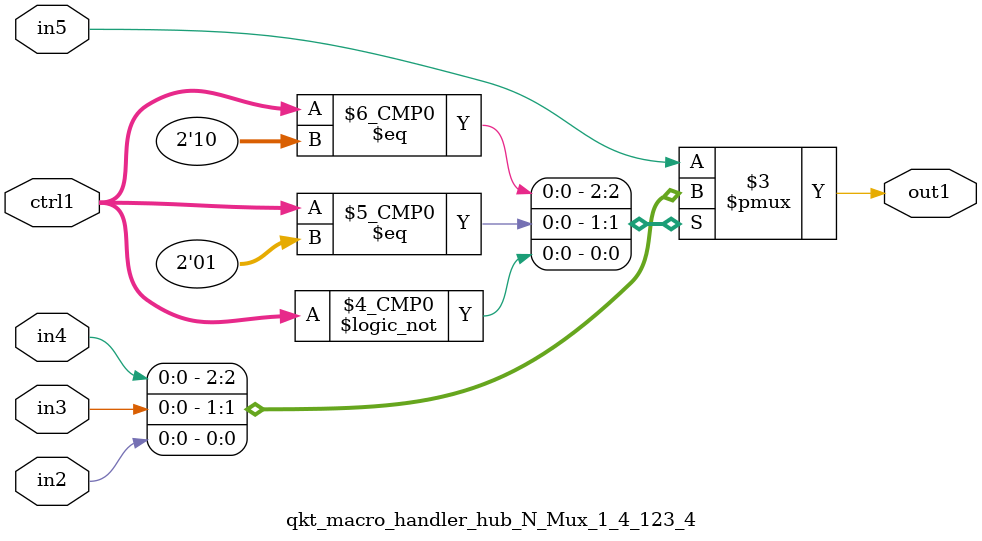
<source format=v>

`timescale 1ps / 1ps


module qkt_macro_handler_hub_N_Mux_1_4_123_4( in5, in4, in3, in2, ctrl1, out1 );

    input in5;
    input in4;
    input in3;
    input in2;
    input [1:0] ctrl1;
    output out1;
    reg out1;

    
    // rtl_process:qkt_macro_handler_hub_N_Mux_1_4_123_4/qkt_macro_handler_hub_N_Mux_1_4_123_4_thread_1
    always @*
      begin : qkt_macro_handler_hub_N_Mux_1_4_123_4_thread_1
        case (ctrl1) 
          2'd2: 
            begin
              out1 = in4;
            end
          2'd1: 
            begin
              out1 = in3;
            end
          2'd0: 
            begin
              out1 = in2;
            end
          default: 
            begin
              out1 = in5;
            end
        endcase
      end

endmodule



</source>
